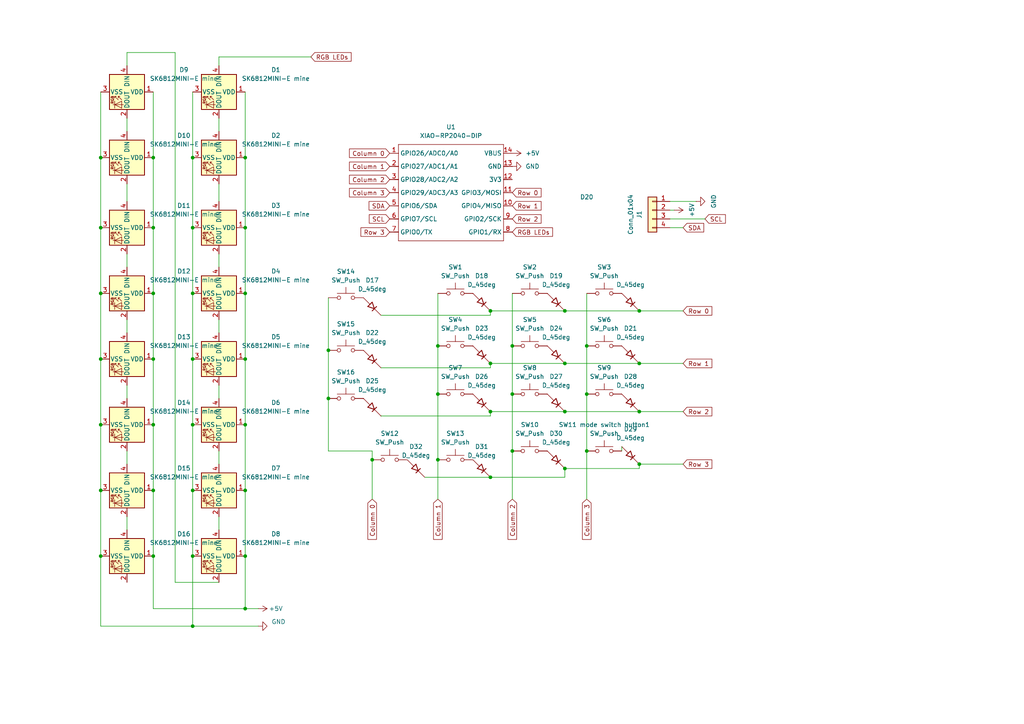
<source format=kicad_sch>
(kicad_sch (version 20250114) (generator "eeschema") (generator_version "9.0")
  (paper "A4")
  (lib_symbols
    (symbol "Connector_Generic:Conn_01x04" (pin_names (offset 1.016) (hide yes))
      (property "Reference" "J" (at 0 5.08 0))
      (property "Value" "Conn_01x04" (at 0 -7.62 0))
      (symbol "Conn_01x04_1_1"
        (rectangle (start -1.27 3.81) (end 1.27 -6.35) (stroke (width 0.254)) (fill (type background)))
        (rectangle (start -1.27 2.667) (end 0 2.413) (stroke (width 0.1524)))
        (rectangle (start -1.27 0.127) (end 0 -0.127) (stroke (width 0.1524)))
        (rectangle (start -1.27 -2.413) (end 0 -2.667) (stroke (width 0.1524)))
        (rectangle (start -1.27 -4.953) (end 0 -5.207) (stroke (width 0.1524)))
        (pin passive line (at -5.08 2.54 0) (length 3.81) (name "Pin_1") (number "1"))
        (pin passive line (at -5.08 0 0) (length 3.81) (name "Pin_2") (number "2"))
        (pin passive line (at -5.08 -2.54 0) (length 3.81) (name "Pin_3") (number "3"))
        (pin passive line (at -5.08 -5.08 0) (length 3.81) (name "Pin_4") (number "4"))
      )
    )
    (symbol "Device:D_45deg" (pin_numbers (hide yes)) (pin_names (offset 0) (hide yes))
      (property "Reference" "D" (at 1.27 2.54 0))
      (property "Value" "D_45deg" (at 1.27 0 0))
      (symbol "D_45deg_0_1"
        (polyline (pts (xy -1.27 0) (xy 0 1.27) (xy 0.635 -0.635) (xy -1.27 0)) (stroke (width 0.254)))
        (polyline (pts (xy -0.635 0.635) (xy -2.54 2.54)))
        (polyline (pts (xy 0 -1.27) (xy 1.27 0)) (stroke (width 0.254)))
        (polyline (pts (xy 2.54 -2.54) (xy 0.635 -0.635)))
      )
      (symbol "D_45deg_1_1"
        (pin passive line (at -2.54 2.54 0) (length 0) (name "A") (number "2"))
        (pin passive line (at 2.54 -2.54 180) (length 0) (name "K") (number "1"))
      )
    )
    (symbol "SK6812MINI_1" (pin_names (offset 0.254))
      (property "Reference" "D" (at 5.08 5.715 0))
      (property "Value" "SK6812MINI" (at 1.27 -5.715 0))
      (symbol "SK6812MINI_1_0_0"
        (text "RGB" (at 2.286 -4.191 0) (effects (font (size 0.762 0.762))))
      )
      (symbol "SK6812MINI_1_0_1"
        (polyline (pts (xy 1.27 -2.54) (xy 1.778 -2.54)))
        (polyline (pts (xy 1.27 -3.556) (xy 1.778 -3.556)))
        (polyline (pts (xy 2.286 -1.524) (xy 1.27 -2.54) (xy 1.27 -2.032)))
        (polyline (pts (xy 2.286 -2.54) (xy 1.27 -3.556) (xy 1.27 -3.048)))
        (polyline (pts (xy 3.683 -1.016) (xy 3.683 -3.556) (xy 3.683 -4.064)))
        (polyline (pts (xy 4.699 -1.524) (xy 2.667 -1.524) (xy 3.683 -3.556) (xy 4.699 -1.524)))
        (polyline (pts (xy 4.699 -3.556) (xy 2.667 -3.556)))
        (rectangle (start 5.08 5.08) (end -5.08 -5.08) (stroke (width 0.254)) (fill (type background)))
      )
      (symbol "SK6812MINI_1_1_1"
        (pin input line (at -7.62 0 0) (length 2.54) (name "DIN") (number "4"))
        (pin power_in line (at 0 7.62 270) (length 2.54) (name "VDD") (number "1"))
        (pin power_in line (at 0 -7.62 90) (length 2.54) (name "VSS") (number "3"))
        (pin output line (at 7.62 0 180) (length 2.54) (name "DOUT") (number "2"))
      )
    )
    (symbol "Seeed_Studio_XIAO_Series:XIAO-RP2040-DIP"
      (property "Reference" "U" (at 0 0 0))
      (property "Value" "XIAO-RP2040-DIP" (at 5.334 -1.778 0))
      (symbol "XIAO-RP2040-DIP_1_0"
        (polyline (pts (xy -1.27 -2.54) (xy 29.21 -2.54)) (stroke (width 0.1524)))
        (polyline (pts (xy -1.27 -5.08) (xy -2.54 -5.08)) (stroke (width 0.1524)))
        (polyline (pts (xy -1.27 -5.08) (xy -1.27 -2.54)) (stroke (width 0.1524)))
        (polyline (pts (xy -1.27 -8.89) (xy -2.54 -8.89)) (stroke (width 0.1524)))
        (polyline (pts (xy -1.27 -8.89) (xy -1.27 -5.08)) (stroke (width 0.1524)))
        (polyline (pts (xy -1.27 -12.7) (xy -2.54 -12.7)) (stroke (width 0.1524)))
        (polyline (pts (xy -1.27 -12.7) (xy -1.27 -8.89)) (stroke (width 0.1524)))
        (polyline (pts (xy -1.27 -16.51) (xy -2.54 -16.51)) (stroke (width 0.1524)))
        (polyline (pts (xy -1.27 -16.51) (xy -1.27 -12.7)) (stroke (width 0.1524)))
        (polyline (pts (xy -1.27 -20.32) (xy -2.54 -20.32)) (stroke (width 0.1524)))
        (polyline (pts (xy -1.27 -24.13) (xy -2.54 -24.13)) (stroke (width 0.1524)))
        (polyline (pts (xy -1.27 -27.94) (xy -2.54 -27.94)) (stroke (width 0.1524)))
        (polyline (pts (xy -1.27 -30.48) (xy -1.27 -16.51)) (stroke (width 0.1524)))
        (polyline (pts (xy 29.21 -2.54) (xy 29.21 -5.08)) (stroke (width 0.1524)))
        (polyline (pts (xy 29.21 -5.08) (xy 29.21 -8.89)) (stroke (width 0.1524)))
        (polyline (pts (xy 29.21 -8.89) (xy 29.21 -12.7)) (stroke (width 0.1524)))
        (polyline (pts (xy 29.21 -12.7) (xy 29.21 -30.48)) (stroke (width 0.1524)))
        (polyline (pts (xy 29.21 -30.48) (xy -1.27 -30.48)) (stroke (width 0.1524)))
        (polyline (pts (xy 30.48 -5.08) (xy 29.21 -5.08)) (stroke (width 0.1524)))
        (polyline (pts (xy 30.48 -8.89) (xy 29.21 -8.89)) (stroke (width 0.1524)))
        (polyline (pts (xy 30.48 -12.7) (xy 29.21 -12.7)) (stroke (width 0.1524)))
        (polyline (pts (xy 30.48 -16.51) (xy 29.21 -16.51)) (stroke (width 0.1524)))
        (polyline (pts (xy 30.48 -20.32) (xy 29.21 -20.32)) (stroke (width 0.1524)))
        (polyline (pts (xy 30.48 -24.13) (xy 29.21 -24.13)) (stroke (width 0.1524)))
        (polyline (pts (xy 30.48 -27.94) (xy 29.21 -27.94)) (stroke (width 0.1524)))
        (pin passive line (at -3.81 -5.08 0) (length 2.54) (name "GPIO26/ADC0/A0") (number "1"))
        (pin passive line (at -3.81 -8.89 0) (length 2.54) (name "GPIO27/ADC1/A1") (number "2"))
        (pin passive line (at -3.81 -12.7 0) (length 2.54) (name "GPIO28/ADC2/A2") (number "3"))
        (pin passive line (at -3.81 -16.51 0) (length 2.54) (name "GPIO29/ADC3/A3") (number "4"))
        (pin passive line (at -3.81 -20.32 0) (length 2.54) (name "GPIO6/SDA") (number "5"))
        (pin passive line (at -3.81 -24.13 0) (length 2.54) (name "GPIO7/SCL") (number "6"))
        (pin passive line (at -3.81 -27.94 0) (length 2.54) (name "GPIO0/TX") (number "7"))
        (pin passive line (at 31.75 -5.08 180) (length 2.54) (name "VBUS") (number "14"))
        (pin passive line (at 31.75 -8.89 180) (length 2.54) (name "GND") (number "13"))
        (pin passive line (at 31.75 -12.7 180) (length 2.54) (name "3V3") (number "12"))
        (pin passive line (at 31.75 -16.51 180) (length 2.54) (name "GPIO3/MOSI") (number "11"))
        (pin passive line (at 31.75 -20.32 180) (length 2.54) (name "GPIO4/MISO") (number "10"))
        (pin passive line (at 31.75 -24.13 180) (length 2.54) (name "GPIO2/SCK") (number "9"))
        (pin passive line (at 31.75 -27.94 180) (length 2.54) (name "GPIO1/RX") (number "8"))
      )
    )
    (symbol "Switch:SW_Push" (pin_numbers (hide yes)) (pin_names (offset 1.016) (hide yes))
      (property "Reference" "SW" (at 1.27 2.54 0))
      (property "Value" "SW_Push" (at 0 -1.524 0))
      (symbol "SW_Push_0_1"
        (circle (center -2.032 0) (radius 0.508))
        (polyline (pts (xy 0 1.27) (xy 0 3.048)))
        (circle (center 2.032 0) (radius 0.508))
        (polyline (pts (xy 2.54 1.27) (xy -2.54 1.27)))
        (pin passive line (at -5.08 0 0) (length 2.54) (name "1") (number "1"))
        (pin passive line (at 5.08 0 180) (length 2.54) (name "2") (number "2"))
      )
    )
    (symbol "power:+5V" (power) (pin_numbers (hide yes)) (pin_names (offset 0) (hide yes))
      (property "Value" "+5V" (at 0 3.556 0))
      (symbol "+5V_0_1"
        (polyline (pts (xy -0.762 1.27) (xy 0 2.54)))
        (polyline (pts (xy 0 2.54) (xy 0.762 1.27)))
        (polyline (pts (xy 0 0) (xy 0 2.54)))
      )
      (symbol "+5V_1_1"
        (pin power_in line (at 0 0 90) (length 0) (name "~") (number "1"))
      )
    )
    (symbol "power:GND" (power) (pin_numbers (hide yes)) (pin_names (offset 0) (hide yes))
      (property "Value" "GND" (at 0 -3.81 0))
      (symbol "GND_0_1"
        (polyline (pts (xy 0 0) (xy 0 -1.27) (xy 1.27 -1.27) (xy 0 -2.54) (xy -1.27 -1.27) (xy 0 -1.27)))
      )
      (symbol "GND_1_1"
        (pin power_in line (at 0 0 270) (length 0) (name "~") (number "1"))
      )
    )
  )
  (junction (at 44.45 161.29))
  (junction (at 163.83 135.89))
  (junction (at 44.45 66.04))
  (junction (at 148.59 114.3))
  (junction (at 127 114.3))
  (junction (at 71.12 66.04))
  (junction (at 148.59 130.81))
  (junction (at 95.25 101.6))
  (junction (at 29.21 142.24))
  (junction (at 44.45 85.09))
  (junction (at 71.12 85.09))
  (junction (at 29.21 85.09))
  (junction (at 44.45 123.19))
  (junction (at 71.12 45.72))
  (junction (at 71.12 142.24))
  (junction (at 107.95 133.35))
  (junction (at 163.83 105.41))
  (junction (at 55.88 45.72))
  (junction (at 163.83 90.17))
  (junction (at 95.25 115.57))
  (junction (at 142.24 105.41))
  (junction (at 29.21 66.04))
  (junction (at 71.12 176.53))
  (junction (at 127 133.35))
  (junction (at 55.88 85.09))
  (junction (at 185.42 105.41))
  (junction (at 44.45 104.14))
  (junction (at 142.24 119.38))
  (junction (at 44.45 45.72))
  (junction (at 29.21 104.14))
  (junction (at 142.24 90.17))
  (junction (at 185.42 119.38))
  (junction (at 29.21 45.72))
  (junction (at 55.88 104.14))
  (junction (at 44.45 142.24))
  (junction (at 71.12 123.19))
  (junction (at 127 100.33))
  (junction (at 170.18 130.81))
  (junction (at 71.12 104.14))
  (junction (at 148.59 100.33))
  (junction (at 55.88 123.19))
  (junction (at 55.88 161.29))
  (junction (at 55.88 142.24))
  (junction (at 185.42 90.17))
  (junction (at 142.24 138.43))
  (junction (at 55.88 66.04))
  (junction (at 71.12 161.29))
  (junction (at 163.83 119.38))
  (junction (at 170.18 114.3))
  (junction (at 170.18 100.33))
  (junction (at 55.88 181.61))
  (junction (at 29.21 123.19))
  (junction (at 29.21 161.29))
  (junction (at 185.42 134.62))
  (wire (pts (xy 55.88 45.72) (xy 55.88 66.04)))
  (wire (pts (xy 201.93 58.42) (xy 194.31 58.42)))
  (wire (pts (xy 63.5 53.34) (xy 63.5 58.42)))
  (wire (pts (xy 36.83 34.29) (xy 36.83 38.1)))
  (wire (pts (xy 185.42 135.89) (xy 185.42 134.62)))
  (wire (pts (xy 44.45 85.09) (xy 44.45 104.14)))
  (wire (pts (xy 29.21 181.61) (xy 55.88 181.61)))
  (wire (pts (xy 142.24 106.68) (xy 142.24 105.41)))
  (wire (pts (xy 36.83 15.24) (xy 36.83 19.05)))
  (wire (pts (xy 127 114.3) (xy 127 133.35)))
  (wire (pts (xy 148.59 114.3) (xy 148.59 130.81)))
  (wire (pts (xy 107.95 130.81) (xy 107.95 133.35)))
  (wire (pts (xy 163.83 90.17) (xy 185.42 90.17)))
  (wire (pts (xy 63.5 149.86) (xy 63.5 153.67)))
  (wire (pts (xy 63.5 16.51) (xy 90.17 16.51)))
  (wire (pts (xy 180.34 130.81) (xy 180.34 129.54)))
  (wire (pts (xy 185.42 119.38) (xy 198.12 119.38)))
  (wire (pts (xy 29.21 104.14) (xy 29.21 123.19)))
  (wire (pts (xy 71.12 26.67) (xy 71.12 45.72)))
  (wire (pts (xy 29.21 123.19) (xy 29.21 142.24)))
  (wire (pts (xy 127 133.35) (xy 127 144.78)))
  (wire (pts (xy 44.45 45.72) (xy 44.45 66.04)))
  (wire (pts (xy 107.95 133.35) (xy 107.95 144.78)))
  (wire (pts (xy 170.18 114.3) (xy 170.18 130.81)))
  (wire (pts (xy 142.24 90.17) (xy 163.83 90.17)))
  (wire (pts (xy 29.21 142.24) (xy 29.21 161.29)))
  (wire (pts (xy 29.21 45.72) (xy 29.21 66.04)))
  (wire (pts (xy 71.12 161.29) (xy 71.12 176.53)))
  (wire (pts (xy 63.5 19.05) (xy 63.5 16.51)))
  (wire (pts (xy 36.83 130.81) (xy 36.83 134.62)))
  (wire (pts (xy 29.21 161.29) (xy 29.21 181.61)))
  (wire (pts (xy 55.88 26.67) (xy 55.88 45.72)))
  (wire (pts (xy 44.45 26.67) (xy 44.45 45.72)))
  (wire (pts (xy 44.45 123.19) (xy 44.45 142.24)))
  (wire (pts (xy 71.12 123.19) (xy 71.12 142.24)))
  (wire (pts (xy 63.5 92.71) (xy 63.5 96.52)))
  (wire (pts (xy 71.12 142.24) (xy 71.12 161.29)))
  (wire (pts (xy 95.25 86.36) (xy 95.25 101.6)))
  (wire (pts (xy 142.24 120.65) (xy 142.24 119.38)))
  (wire (pts (xy 110.49 106.68) (xy 142.24 106.68)))
  (wire (pts (xy 71.12 85.09) (xy 71.12 104.14)))
  (wire (pts (xy 148.59 85.09) (xy 148.59 100.33)))
  (wire (pts (xy 95.25 130.81) (xy 107.95 130.81)))
  (wire (pts (xy 148.59 100.33) (xy 148.59 114.3)))
  (wire (pts (xy 71.12 176.53) (xy 74.93 176.53)))
  (wire (pts (xy 44.45 176.53) (xy 71.12 176.53)))
  (wire (pts (xy 36.83 111.76) (xy 36.83 115.57)))
  (wire (pts (xy 55.88 85.09) (xy 55.88 104.14)))
  (wire (pts (xy 29.21 26.67) (xy 29.21 45.72)))
  (wire (pts (xy 194.31 66.04) (xy 198.12 66.04)))
  (wire (pts (xy 44.45 142.24) (xy 44.45 161.29)))
  (wire (pts (xy 148.59 130.81) (xy 148.59 144.78)))
  (wire (pts (xy 50.8 168.91) (xy 50.8 15.24)))
  (wire (pts (xy 63.5 130.81) (xy 63.5 134.62)))
  (wire (pts (xy 142.24 91.44) (xy 142.24 90.17)))
  (wire (pts (xy 50.8 15.24) (xy 36.83 15.24)))
  (wire (pts (xy 36.83 73.66) (xy 36.83 77.47)))
  (wire (pts (xy 170.18 130.81) (xy 170.18 144.78)))
  (wire (pts (xy 142.24 138.43) (xy 163.83 138.43)))
  (wire (pts (xy 163.83 119.38) (xy 185.42 119.38)))
  (wire (pts (xy 163.83 138.43) (xy 163.83 135.89)))
  (wire (pts (xy 95.25 115.57) (xy 95.25 130.81)))
  (wire (pts (xy 36.83 149.86) (xy 36.83 153.67)))
  (wire (pts (xy 44.45 161.29) (xy 44.45 176.53)))
  (wire (pts (xy 127 100.33) (xy 127 114.3)))
  (wire (pts (xy 36.83 53.34) (xy 36.83 58.42)))
  (wire (pts (xy 127 85.09) (xy 127 100.33)))
  (wire (pts (xy 123.19 138.43) (xy 142.24 138.43)))
  (wire (pts (xy 55.88 66.04) (xy 55.88 85.09)))
  (wire (pts (xy 194.31 60.96) (xy 195.58 60.96)))
  (wire (pts (xy 185.42 90.17) (xy 198.12 90.17)))
  (wire (pts (xy 55.88 181.61) (xy 74.93 181.61)))
  (wire (pts (xy 170.18 85.09) (xy 170.18 100.33)))
  (wire (pts (xy 194.31 63.5) (xy 204.47 63.5)))
  (wire (pts (xy 170.18 100.33) (xy 170.18 114.3)))
  (wire (pts (xy 71.12 45.72) (xy 71.12 66.04)))
  (wire (pts (xy 63.5 73.66) (xy 63.5 77.47)))
  (wire (pts (xy 185.42 105.41) (xy 198.12 105.41)))
  (wire (pts (xy 142.24 105.41) (xy 163.83 105.41)))
  (wire (pts (xy 55.88 104.14) (xy 55.88 123.19)))
  (wire (pts (xy 55.88 123.19) (xy 55.88 142.24)))
  (wire (pts (xy 36.83 92.71) (xy 36.83 96.52)))
  (wire (pts (xy 29.21 66.04) (xy 29.21 85.09)))
  (wire (pts (xy 29.21 85.09) (xy 29.21 104.14)))
  (wire (pts (xy 63.5 111.76) (xy 63.5 115.57)))
  (wire (pts (xy 44.45 104.14) (xy 44.45 123.19)))
  (wire (pts (xy 110.49 120.65) (xy 142.24 120.65)))
  (wire (pts (xy 63.5 168.91) (xy 50.8 168.91)))
  (wire (pts (xy 44.45 66.04) (xy 44.45 85.09)))
  (wire (pts (xy 63.5 34.29) (xy 63.5 38.1)))
  (wire (pts (xy 71.12 104.14) (xy 71.12 123.19)))
  (wire (pts (xy 55.88 161.29) (xy 55.88 181.61)))
  (wire (pts (xy 110.49 91.44) (xy 142.24 91.44)))
  (wire (pts (xy 55.88 142.24) (xy 55.88 161.29)))
  (wire (pts (xy 163.83 105.41) (xy 185.42 105.41)))
  (wire (pts (xy 142.24 119.38) (xy 163.83 119.38)))
  (wire (pts (xy 163.83 135.89) (xy 185.42 135.89)))
  (wire (pts (xy 95.25 101.6) (xy 95.25 115.57)))
  (wire (pts (xy 71.12 66.04) (xy 71.12 85.09)))
  (wire (pts (xy 185.42 134.62) (xy 198.12 134.62)))
  (global_label "Row 0" (shape input) (at 198.12 90.17 0) (property "Intersheetrefs" "${INTERSHEET_REFS}" (effects (hide yes))))
  (global_label "Column 3" (shape input) (at 113.03 55.88 180) (property "Intersheetrefs" "${INTERSHEET_REFS}" (effects (hide yes))))
  (global_label "SDA" (shape input) (at 198.12 66.04 0) (property "Intersheetrefs" "${INTERSHEET_REFS}" (effects (hide yes))))
  (global_label "Column 2" (shape input) (at 113.03 52.07 180) (property "Intersheetrefs" "${INTERSHEET_REFS}" (effects (hide yes))))
  (global_label "Row 1" (shape input) (at 148.59 59.69 0) (property "Intersheetrefs" "${INTERSHEET_REFS}" (effects (hide yes))))
  (global_label "Column 0" (shape input) (at 113.03 44.45 180) (property "Intersheetrefs" "${INTERSHEET_REFS}" (effects (hide yes))))
  (global_label "Column 0" (shape input) (at 107.95 144.78 270) (property "Intersheetrefs" "${INTERSHEET_REFS}" (effects (hide yes))))
  (global_label "Row 3" (shape input) (at 113.03 67.31 180) (property "Intersheetrefs" "${INTERSHEET_REFS}" (effects (hide yes))))
  (global_label "RGB LEDs" (shape input) (at 148.59 67.31 0) (property "Intersheetrefs" "${INTERSHEET_REFS}" (effects (hide yes))))
  (global_label "RGB LEDs" (shape input) (at 90.17 16.51 0) (property "Intersheetrefs" "${INTERSHEET_REFS}" (effects (hide yes))))
  (global_label "Row 0" (shape input) (at 148.59 55.88 0) (property "Intersheetrefs" "${INTERSHEET_REFS}" (effects (hide yes))))
  (global_label "Row 1" (shape input) (at 198.12 105.41 0) (property "Intersheetrefs" "${INTERSHEET_REFS}" (effects (hide yes))))
  (global_label "Row 2" (shape input) (at 148.59 63.5 0) (property "Intersheetrefs" "${INTERSHEET_REFS}" (effects (hide yes))))
  (global_label "Column 1" (shape input) (at 113.03 48.26 180) (property "Intersheetrefs" "${INTERSHEET_REFS}" (effects (hide yes))))
  (global_label "Row 2" (shape input) (at 198.12 119.38 0) (property "Intersheetrefs" "${INTERSHEET_REFS}" (effects (hide yes))))
  (global_label "SDA" (shape input) (at 113.03 59.69 180) (property "Intersheetrefs" "${INTERSHEET_REFS}" (effects (hide yes))))
  (global_label "SCL" (shape input) (at 204.47 63.5 0) (property "Intersheetrefs" "${INTERSHEET_REFS}" (effects (hide yes))))
  (global_label "Row 3" (shape input) (at 198.12 134.62 0) (property "Intersheetrefs" "${INTERSHEET_REFS}" (effects (hide yes))))
  (global_label "Column 1" (shape input) (at 127 144.78 270) (property "Intersheetrefs" "${INTERSHEET_REFS}" (effects (hide yes))))
  (global_label "Column 3" (shape input) (at 170.18 144.78 270) (property "Intersheetrefs" "${INTERSHEET_REFS}" (effects (hide yes))))
  (global_label "SCL" (shape input) (at 113.03 63.5 180) (property "Intersheetrefs" "${INTERSHEET_REFS}" (effects (hide yes))))
  (global_label "Column 2" (shape input) (at 148.59 144.78 270) (property "Intersheetrefs" "${INTERSHEET_REFS}" (effects (hide yes))))
  (symbol (lib_id "Switch:SW_Push") (at 132.08 114.3 0) (unit 1)
    (property "Reference" "SW7" (at 132.08 106.68 0))
    (property "Value" "SW_Push" (at 132.08 109.22 0))
    (property "Footprint" "Button_Switch_Keyboard:SW_Cherry_MX_1.00u_PCB" (effects (hide yes)))
    (property "Description" "Push button switch, generic, two pins" (effects (hide yes)))
  )
  (symbol (lib_id "Switch:SW_Push") (at 132.08 100.33 0) (unit 1)
    (property "Reference" "SW4" (at 132.08 92.71 0))
    (property "Value" "SW_Push" (at 132.08 95.25 0))
    (property "Footprint" "Button_Switch_Keyboard:SW_Cherry_MX_1.50u_PCB" (effects (hide yes)))
    (property "Description" "Push button switch, generic, two pins" (effects (hide yes)))
  )
  (symbol (lib_id "Device:D_45deg") (at 161.29 87.63 0) (unit 1)
    (property "Reference" "D19" (at 161.29 80.01 0))
    (property "Value" "D_45deg" (at 161.29 82.55 0))
    (property "Footprint" "Fiducial:DO35-7" (effects (hide yes)))
    (property "Description" "Diode, rotated by 45°" (effects (hide yes)))
    (property "Sim.Device" "D" (effects (hide yes)))
    (property "Sim.Pins" "1=K 2=A" (effects (hide yes)))
  )
  (symbol (lib_id "Device:D_45deg") (at 107.95 118.11 0) (unit 1)
    (property "Reference" "D25" (at 107.95 110.49 0))
    (property "Value" "D_45deg" (at 107.95 113.03 0))
    (property "Footprint" "Fiducial:DO35-7" (effects (hide yes)))
    (property "Description" "Diode, rotated by 45°" (effects (hide yes)))
    (property "Sim.Device" "D" (effects (hide yes)))
    (property "Sim.Pins" "1=K 2=A" (effects (hide yes)))
  )
  (symbol (lib_id "Device:D_45deg") (at 139.7 135.89 0) (unit 1)
    (property "Reference" "D31" (at 139.7 129.54 0))
    (property "Value" "D_45deg" (at 139.7 132.08 0))
    (property "Footprint" "Fiducial:DO35-7" (effects (hide yes)))
    (property "Description" "Diode, rotated by 45°" (effects (hide yes)))
    (property "Sim.Device" "D" (effects (hide yes)))
    (property "Sim.Pins" "1=K 2=A" (effects (hide yes)))
  )
  (symbol (lib_id "Device:D_45deg") (at 139.7 116.84 0) (unit 1)
    (property "Reference" "D26" (at 139.7 109.22 0))
    (property "Value" "D_45deg" (at 139.7 111.76 0))
    (property "Footprint" "Fiducial:DO35-7" (effects (hide yes)))
    (property "Description" "Diode, rotated by 45°" (effects (hide yes)))
    (property "Sim.Device" "D" (effects (hide yes)))
    (property "Sim.Pins" "1=K 2=A" (effects (hide yes)))
  )
  (symbol (lib_name "SK6812MINI_1") (lib_id "LED:SK6812MINI") (at 36.83 66.04 270) (unit 1)
    (property "Reference" "D11" (at 53.34 59.6198 90))
    (property "Value" "SK6812MINI-E mine" (at 53.34 62.1598 90))
    (property "Footprint" "syssy:BAcklight" (effects (hide yes)))
    (property "Datasheet" "https://cdn-shop.adafruit.com/product-files/2686/SK6812MINI_REV.01-1-2.pdf" (effects (hide yes)))
    (property "Description" "RGB LED with integrated controller" (effects (hide yes)))
  )
  (symbol (lib_id "power:+5V") (at 195.58 60.96 270) (unit 1)
    (property "Reference" "#PWR07" (effects (hide yes)))
    (property "Value" "+5V" (at 200.66 60.96 0))
    (property "Description" "Power symbol creates a global label with name \"+5V\"" (effects (hide yes)))
  )
  (symbol (lib_name "SK6812MINI_1") (lib_id "LED:SK6812MINI") (at 63.5 142.24 270) (unit 1)
    (property "Reference" "D7" (at 80.01 135.8198 90))
    (property "Value" "SK6812MINI-E mine" (at 80.01 138.3598 90))
    (property "Footprint" "syssy:BAcklight" (effects (hide yes)))
    (property "Datasheet" "https://cdn-shop.adafruit.com/product-files/2686/SK6812MINI_REV.01-1-2.pdf" (effects (hide yes)))
    (property "Description" "RGB LED with integrated controller" (effects (hide yes)))
  )
  (symbol (lib_id "Seeed_Studio_XIAO_Series:XIAO-RP2040-DIP") (at 116.84 39.37 0) (unit 1)
    (property "Reference" "U1" (at 130.81 36.83 0))
    (property "Value" "XIAO-RP2040-DIP" (at 130.81 39.37 0))
    (property "Footprint" "XIAO-RP2040:XIAO-RP2040-DIP" (effects (hide yes)))
  )
  (symbol (lib_id "Device:D_45deg") (at 182.88 87.63 0) (unit 1)
    (property "Reference" "D20" (at 170.18 57.15 0))
    (property "Value" "D_45deg" (at 182.88 82.55 0))
    (property "Footprint" "Fiducial:DO35-7" (effects (hide yes)))
    (property "Description" "Diode, rotated by 45°" (effects (hide yes)))
    (property "Sim.Device" "D" (effects (hide yes)))
    (property "Sim.Pins" "1=K 2=A" (effects (hide yes)))
  )
  (symbol (lib_id "Device:D_45deg") (at 182.88 132.08 0) (unit 1)
    (property "Reference" "D29" (at 182.88 124.46 0))
    (property "Value" "D_45deg" (at 182.88 127 0))
    (property "Footprint" "Fiducial:DO35-7" (effects (hide yes)))
    (property "Description" "Diode, rotated by 45°" (effects (hide yes)))
    (property "Sim.Device" "D" (effects (hide yes)))
    (property "Sim.Pins" "1=K 2=A" (effects (hide yes)))
  )
  (symbol (lib_name "SK6812MINI_1") (lib_id "LED:SK6812MINI") (at 36.83 45.72 270) (unit 1)
    (property "Reference" "D10" (at 53.34 39.2998 90))
    (property "Value" "SK6812MINI-E mine" (at 53.34 41.8398 90))
    (property "Footprint" "syssy:BAcklight" (effects (hide yes)))
    (property "Datasheet" "https://cdn-shop.adafruit.com/product-files/2686/SK6812MINI_REV.01-1-2.pdf" (effects (hide yes)))
    (property "Description" "RGB LED with integrated controller" (effects (hide yes)))
  )
  (symbol (lib_id "Switch:SW_Push") (at 100.33 115.57 0) (unit 1)
    (property "Reference" "SW16" (at 100.33 107.95 0))
    (property "Value" "SW_Push" (at 100.33 110.49 0))
    (property "Footprint" "Button_Switch_Keyboard:SW_Cherry_MX_1.00u_PCB" (effects (hide yes)))
    (property "Description" "Push button switch, generic, two pins" (effects (hide yes)))
  )
  (symbol (lib_id "Device:D_45deg") (at 107.95 88.9 0) (unit 1)
    (property "Reference" "D17" (at 107.95 81.28 0))
    (property "Value" "D_45deg" (at 107.95 83.82 0))
    (property "Footprint" "Fiducial:DO35-7" (effects (hide yes)))
    (property "Description" "Diode, rotated by 45°" (effects (hide yes)))
    (property "Sim.Device" "D" (effects (hide yes)))
    (property "Sim.Pins" "1=K 2=A" (effects (hide yes)))
  )
  (symbol (lib_id "Switch:SW_Push") (at 153.67 100.33 0) (unit 1)
    (property "Reference" "SW5" (at 153.67 92.71 0))
    (property "Value" "SW_Push" (at 153.67 95.25 0))
    (property "Footprint" "Button_Switch_Keyboard:SW_Cherry_MX_1.00u_PCB" (effects (hide yes)))
    (property "Description" "Push button switch, generic, two pins" (effects (hide yes)))
  )
  (symbol (lib_id "Device:D_45deg") (at 161.29 116.84 0) (unit 1)
    (property "Reference" "D27" (at 161.29 109.22 0))
    (property "Value" "D_45deg" (at 161.29 111.76 0))
    (property "Footprint" "Fiducial:DO35-7" (effects (hide yes)))
    (property "Description" "Diode, rotated by 45°" (effects (hide yes)))
    (property "Sim.Device" "D" (effects (hide yes)))
    (property "Sim.Pins" "1=K 2=A" (effects (hide yes)))
  )
  (symbol (lib_id "Switch:SW_Push") (at 175.26 130.81 0) (unit 1)
    (property "Reference" "SW11 mode switch button1" (at 175.26 123.19 0))
    (property "Value" "SW_Push" (at 175.26 125.73 0))
    (property "Footprint" "Button_Switch_Keyboard:SW_Cherry_MX_1.00u_PCB" (effects (hide yes)))
    (property "Description" "Push button switch, generic, two pins" (effects (hide yes)))
  )
  (symbol (lib_id "power:+5V") (at 148.59 44.45 270) (unit 1)
    (property "Reference" "#PWR02" (effects (hide yes)))
    (property "Value" "+5V" (at 152.4 44.4499 90) (effects (justify left)))
    (property "Description" "Power symbol creates a global label with name \"+5V\"" (effects (hide yes)))
  )
  (symbol (lib_id "power:GND") (at 148.59 48.26 90) (unit 1)
    (property "Reference" "#PWR04" (effects (hide yes)))
    (property "Value" "GND" (at 152.4 48.2599 90) (effects (justify right)))
    (property "Description" "Power symbol creates a global label with name \"GND\" , ground" (effects (hide yes)))
  )
  (symbol (lib_name "SK6812MINI_1") (lib_id "LED:SK6812MINI") (at 63.5 123.19 270) (unit 1)
    (property "Reference" "D6" (at 80.01 116.7698 90))
    (property "Value" "SK6812MINI-E mine" (at 80.01 119.3098 90))
    (property "Footprint" "syssy:BAcklight" (effects (hide yes)))
    (property "Datasheet" "https://cdn-shop.adafruit.com/product-files/2686/SK6812MINI_REV.01-1-2.pdf" (effects (hide yes)))
    (property "Description" "RGB LED with integrated controller" (effects (hide yes)))
  )
  (symbol (lib_id "Device:D_45deg") (at 182.88 102.87 0) (unit 1)
    (property "Reference" "D21" (at 182.88 95.25 0))
    (property "Value" "D_45deg" (at 182.88 97.79 0))
    (property "Footprint" "Fiducial:DO35-7" (effects (hide yes)))
    (property "Description" "Diode, rotated by 45°" (effects (hide yes)))
    (property "Sim.Device" "D" (effects (hide yes)))
    (property "Sim.Pins" "1=K 2=A" (effects (hide yes)))
  )
  (symbol (lib_id "Device:D_45deg") (at 182.88 116.84 0) (unit 1)
    (property "Reference" "D28" (at 182.88 109.22 0))
    (property "Value" "D_45deg" (at 182.88 111.76 0))
    (property "Footprint" "Fiducial:DO35-7" (effects (hide yes)))
    (property "Description" "Diode, rotated by 45°" (effects (hide yes)))
    (property "Sim.Device" "D" (effects (hide yes)))
    (property "Sim.Pins" "1=K 2=A" (effects (hide yes)))
  )
  (symbol (lib_name "SK6812MINI_1") (lib_id "LED:SK6812MINI") (at 63.5 45.72 270) (unit 1)
    (property "Reference" "D2" (at 80.01 39.2998 90))
    (property "Value" "SK6812MINI-E mine" (at 80.01 41.8398 90))
    (property "Footprint" "syssy:BAcklight" (effects (hide yes)))
    (property "Datasheet" "https://cdn-shop.adafruit.com/product-files/2686/SK6812MINI_REV.01-1-2.pdf" (effects (hide yes)))
    (property "Description" "RGB LED with integrated controller" (effects (hide yes)))
  )
  (symbol (lib_id "Connector_Generic:Conn_01x04") (at 189.23 60.96 0) (mirror y) (unit 1)
    (property "Reference" "J1" (at 185.42 62.23 90))
    (property "Value" "Conn_01x04" (at 182.88 62.23 90))
    (property "Footprint" "KiCad-SSD1306-0.91-OLED-4pin-128x32.pretty-master:SSD1306-0.91-OLED-4pin-128x32" (effects (hide yes)))
    (property "Description" "Generic connector, single row, 01x04, script generated (kicad-library-utils/schlib/autogen/connector/)" (effects (hide yes)))
  )
  (symbol (lib_id "power:GND") (at 201.93 58.42 90) (unit 1)
    (property "Reference" "#PWR05" (effects (hide yes)))
    (property "Value" "GND" (at 207.01 58.42 0))
    (property "Description" "Power symbol creates a global label with name \"GND\" , ground" (effects (hide yes)))
  )
  (symbol (lib_id "Device:D_45deg") (at 161.29 133.35 0) (unit 1)
    (property "Reference" "D30" (at 161.29 125.73 0))
    (property "Value" "D_45deg" (at 161.29 128.27 0))
    (property "Footprint" "Fiducial:DO35-7" (effects (hide yes)))
    (property "Description" "Diode, rotated by 45°" (effects (hide yes)))
    (property "Sim.Device" "D" (effects (hide yes)))
    (property "Sim.Pins" "1=K 2=A" (effects (hide yes)))
  )
  (symbol (lib_name "SK6812MINI_1") (lib_id "LED:SK6812MINI") (at 63.5 85.09 270) (unit 1)
    (property "Reference" "D4" (at 80.01 78.6698 90))
    (property "Value" "SK6812MINI-E mine" (at 80.01 81.2098 90))
    (property "Footprint" "syssy:BAcklight" (effects (hide yes)))
    (property "Datasheet" "https://cdn-shop.adafruit.com/product-files/2686/SK6812MINI_REV.01-1-2.pdf" (effects (hide yes)))
    (property "Description" "RGB LED with integrated controller" (effects (hide yes)))
  )
  (symbol (lib_id "Switch:SW_Push") (at 132.08 85.09 0) (unit 1)
    (property "Reference" "SW1" (at 132.08 77.47 0))
    (property "Value" "SW_Push" (at 132.08 80.01 0))
    (property "Footprint" "Button_Switch_Keyboard:SW_Cherry_MX_2.25u_PCB" (effects (hide yes)))
    (property "Description" "Push button switch, generic, two pins" (effects (hide yes)))
  )
  (symbol (lib_id "power:+5V") (at 74.93 176.53 270) (unit 1)
    (property "Reference" "#PWR03" (effects (hide yes)))
    (property "Value" "+5V" (at 80.01 176.53 90))
    (property "Description" "Power symbol creates a global label with name \"+5V\"" (effects (hide yes)))
  )
  (symbol (lib_id "Switch:SW_Push") (at 153.67 114.3 0) (unit 1)
    (property "Reference" "SW8" (at 153.67 106.68 0))
    (property "Value" "SW_Push" (at 153.67 109.22 0))
    (property "Footprint" "Button_Switch_Keyboard:SW_Cherry_MX_1.00u_PCB" (effects (hide yes)))
    (property "Description" "Push button switch, generic, two pins" (effects (hide yes)))
  )
  (symbol (lib_id "Switch:SW_Push") (at 153.67 130.81 0) (unit 1)
    (property "Reference" "SW10" (at 153.67 123.19 0))
    (property "Value" "SW_Push" (at 153.67 125.73 0))
    (property "Footprint" "Button_Switch_Keyboard:SW_Cherry_MX_1.00u_PCB" (effects (hide yes)))
    (property "Description" "Push button switch, generic, two pins" (effects (hide yes)))
  )
  (symbol (lib_name "SK6812MINI_1") (lib_id "LED:SK6812MINI") (at 63.5 66.04 270) (unit 1)
    (property "Reference" "D3" (at 80.01 59.6198 90))
    (property "Value" "SK6812MINI-E mine" (at 80.01 62.1598 90))
    (property "Footprint" "syssy:BAcklight" (effects (hide yes)))
    (property "Datasheet" "https://cdn-shop.adafruit.com/product-files/2686/SK6812MINI_REV.01-1-2.pdf" (effects (hide yes)))
    (property "Description" "RGB LED with integrated controller" (effects (hide yes)))
  )
  (symbol (lib_id "Switch:SW_Push") (at 100.33 86.36 0) (unit 1)
    (property "Reference" "SW14" (at 100.33 78.74 0))
    (property "Value" "SW_Push" (at 100.33 81.28 0))
    (property "Footprint" "Button_Switch_Keyboard:SW_Cherry_MX_1.00u_PCB" (effects (hide yes)))
    (property "Description" "Push button switch, generic, two pins" (effects (hide yes)))
  )
  (symbol (lib_name "SK6812MINI_1") (lib_id "LED:SK6812MINI") (at 36.83 123.19 270) (unit 1)
    (property "Reference" "D14" (at 53.34 116.7698 90))
    (property "Value" "SK6812MINI-E mine" (at 53.34 119.3098 90))
    (property "Footprint" "syssy:BAcklight" (effects (hide yes)))
    (property "Datasheet" "https://cdn-shop.adafruit.com/product-files/2686/SK6812MINI_REV.01-1-2.pdf" (effects (hide yes)))
    (property "Description" "RGB LED with integrated controller" (effects (hide yes)))
  )
  (symbol (lib_name "SK6812MINI_1") (lib_id "LED:SK6812MINI") (at 36.83 142.24 270) (unit 1)
    (property "Reference" "D15" (at 53.34 135.8198 90))
    (property "Value" "SK6812MINI-E mine" (at 53.34 138.3598 90))
    (property "Footprint" "syssy:BAcklight" (effects (hide yes)))
    (property "Datasheet" "https://cdn-shop.adafruit.com/product-files/2686/SK6812MINI_REV.01-1-2.pdf" (effects (hide yes)))
    (property "Description" "RGB LED with integrated controller" (effects (hide yes)))
  )
  (symbol (lib_id "Device:D_45deg") (at 161.29 102.87 0) (unit 1)
    (property "Reference" "D24" (at 161.29 95.25 0))
    (property "Value" "D_45deg" (at 161.29 97.79 0))
    (property "Footprint" "Fiducial:DO35-7" (effects (hide yes)))
    (property "Description" "Diode, rotated by 45°" (effects (hide yes)))
    (property "Sim.Device" "D" (effects (hide yes)))
    (property "Sim.Pins" "1=K 2=A" (effects (hide yes)))
  )
  (symbol (lib_id "power:GND") (at 74.93 181.61 90) (unit 1)
    (property "Reference" "#PWR01" (effects (hide yes)))
    (property "Value" "GND" (at 78.74 180.3401 90) (effects (justify right)))
    (property "Description" "Power symbol creates a global label with name \"GND\" , ground" (effects (hide yes)))
  )
  (symbol (lib_id "Switch:SW_Push") (at 132.08 133.35 0) (unit 1)
    (property "Reference" "SW13" (at 132.08 125.73 0))
    (property "Value" "SW_Push" (at 132.08 128.27 0))
    (property "Footprint" "Button_Switch_Keyboard:SW_Cherry_MX_1.00u_PCB" (effects (hide yes)))
    (property "Description" "Push button switch, generic, two pins" (effects (hide yes)))
  )
  (symbol (lib_id "Switch:SW_Push") (at 113.03 133.35 0) (unit 1)
    (property "Reference" "SW12" (at 113.03 125.73 0))
    (property "Value" "SW_Push" (at 113.03 128.27 0))
    (property "Footprint" "Button_Switch_Keyboard:SW_Cherry_MX_1.00u_PCB" (effects (hide yes)))
    (property "Description" "Push button switch, generic, two pins" (effects (hide yes)))
  )
  (symbol (lib_id "Switch:SW_Push") (at 175.26 100.33 0) (unit 1)
    (property "Reference" "SW6" (at 175.26 92.71 0))
    (property "Value" "SW_Push" (at 175.26 95.25 0))
    (property "Footprint" "Button_Switch_Keyboard:SW_Cherry_MX_1.00u_PCB" (effects (hide yes)))
    (property "Description" "Push button switch, generic, two pins" (effects (hide yes)))
  )
  (symbol (lib_id "Device:D_45deg") (at 139.7 87.63 0) (unit 1)
    (property "Reference" "D18" (at 139.7 80.01 0))
    (property "Value" "D_45deg" (at 139.7 82.55 0))
    (property "Footprint" "Fiducial:DO35-7" (effects (hide yes)))
    (property "Description" "Diode, rotated by 45°" (effects (hide yes)))
    (property "Sim.Device" "D" (effects (hide yes)))
    (property "Sim.Pins" "1=K 2=A" (effects (hide yes)))
  )
  (symbol (lib_id "Switch:SW_Push") (at 100.33 101.6 0) (unit 1)
    (property "Reference" "SW15" (at 100.33 93.98 0))
    (property "Value" "SW_Push" (at 100.33 96.52 0))
    (property "Footprint" "Button_Switch_Keyboard:SW_Cherry_MX_1.00u_PCB" (effects (hide yes)))
    (property "Description" "Push button switch, generic, two pins" (effects (hide yes)))
  )
  (symbol (lib_id "Device:D_45deg") (at 107.95 104.14 0) (unit 1)
    (property "Reference" "D22" (at 107.95 96.52 0))
    (property "Value" "D_45deg" (at 107.95 99.06 0))
    (property "Footprint" "Fiducial:DO35-7" (effects (hide yes)))
    (property "Description" "Diode, rotated by 45°" (effects (hide yes)))
    (property "Sim.Device" "D" (effects (hide yes)))
    (property "Sim.Pins" "1=K 2=A" (effects (hide yes)))
  )
  (symbol (lib_name "SK6812MINI_1") (lib_id "LED:SK6812MINI") (at 63.5 161.29 270) (unit 1)
    (property "Reference" "D8" (at 80.01 154.8698 90))
    (property "Value" "SK6812MINI-E mine" (at 80.01 157.4098 90))
    (property "Footprint" "syssy:BAcklight" (effects (hide yes)))
    (property "Datasheet" "https://cdn-shop.adafruit.com/product-files/2686/SK6812MINI_REV.01-1-2.pdf" (effects (hide yes)))
    (property "Description" "RGB LED with integrated controller" (effects (hide yes)))
  )
  (symbol (lib_name "SK6812MINI_1") (lib_id "LED:SK6812MINI") (at 36.83 161.29 270) (unit 1)
    (property "Reference" "D16" (at 53.34 154.8698 90))
    (property "Value" "SK6812MINI-E mine" (at 53.34 157.4098 90))
    (property "Footprint" "syssy:BAcklight" (effects (hide yes)))
    (property "Datasheet" "https://cdn-shop.adafruit.com/product-files/2686/SK6812MINI_REV.01-1-2.pdf" (effects (hide yes)))
    (property "Description" "RGB LED with integrated controller" (effects (hide yes)))
  )
  (symbol (lib_name "SK6812MINI_1") (lib_id "LED:SK6812MINI") (at 63.5 26.67 270) (unit 1)
    (property "Reference" "D1" (at 80.01 20.2498 90))
    (property "Value" "SK6812MINI-E mine" (at 80.01 22.7898 90))
    (property "Footprint" "syssy:BAcklight" (effects (hide yes)))
    (property "Datasheet" "https://cdn-shop.adafruit.com/product-files/2686/SK6812MINI_REV.01-1-2.pdf" (effects (hide yes)))
    (property "Description" "RGB LED with integrated controller" (effects (hide yes)))
  )
  (symbol (lib_id "Device:D_45deg") (at 120.65 135.89 0) (unit 1)
    (property "Reference" "D32" (at 120.65 129.54 0))
    (property "Value" "D_45deg" (at 120.65 132.08 0))
    (property "Footprint" "Fiducial:DO35-7" (effects (hide yes)))
    (property "Description" "Diode, rotated by 45°" (effects (hide yes)))
    (property "Sim.Device" "D" (effects (hide yes)))
    (property "Sim.Pins" "1=K 2=A" (effects (hide yes)))
  )
  (symbol (lib_id "Switch:SW_Push") (at 153.67 85.09 0) (unit 1)
    (property "Reference" "SW2" (at 153.67 77.47 0))
    (property "Value" "SW_Push" (at 153.67 80.01 0))
    (property "Footprint" "Button_Switch_Keyboard:SW_Cherry_MX_2.25u_PCB" (effects (hide yes)))
    (property "Description" "Push button switch, generic, two pins" (effects (hide yes)))
  )
  (symbol (lib_name "SK6812MINI_1") (lib_id "LED:SK6812MINI") (at 36.83 85.09 270) (unit 1)
    (property "Reference" "D12" (at 53.34 78.6698 90))
    (property "Value" "SK6812MINI-E mine" (at 53.34 81.2098 90))
    (property "Footprint" "syssy:BAcklight" (effects (hide yes)))
    (property "Datasheet" "https://cdn-shop.adafruit.com/product-files/2686/SK6812MINI_REV.01-1-2.pdf" (effects (hide yes)))
    (property "Description" "RGB LED with integrated controller" (effects (hide yes)))
  )
  (symbol (lib_id "Device:D_45deg") (at 139.7 102.87 0) (unit 1)
    (property "Reference" "D23" (at 139.7 95.25 0))
    (property "Value" "D_45deg" (at 139.7 97.79 0))
    (property "Footprint" "Fiducial:DO35-7" (effects (hide yes)))
    (property "Description" "Diode, rotated by 45°" (effects (hide yes)))
    (property "Sim.Device" "D" (effects (hide yes)))
    (property "Sim.Pins" "1=K 2=A" (effects (hide yes)))
  )
  (symbol (lib_name "SK6812MINI_1") (lib_id "LED:SK6812MINI") (at 63.5 104.14 270) (unit 1)
    (property "Reference" "D5" (at 80.01 97.7198 90))
    (property "Value" "SK6812MINI-E mine" (at 80.01 100.2598 90))
    (property "Footprint" "syssy:BAcklight" (effects (hide yes)))
    (property "Datasheet" "https://cdn-shop.adafruit.com/product-files/2686/SK6812MINI_REV.01-1-2.pdf" (effects (hide yes)))
    (property "Description" "RGB LED with integrated controller" (effects (hide yes)))
  )
  (symbol (lib_name "SK6812MINI_1") (lib_id "LED:SK6812MINI") (at 36.83 26.67 270) (unit 1)
    (property "Reference" "D9" (at 53.34 20.2498 90))
    (property "Value" "SK6812MINI-E mine" (at 53.34 22.7898 90))
    (property "Footprint" "syssy:BAcklight" (effects (hide yes)))
    (property "Datasheet" "https://cdn-shop.adafruit.com/product-files/2686/SK6812MINI_REV.01-1-2.pdf" (effects (hide yes)))
    (property "Description" "RGB LED with integrated controller" (effects (hide yes)))
  )
  (symbol (lib_name "SK6812MINI_1") (lib_id "LED:SK6812MINI") (at 36.83 104.14 270) (unit 1)
    (property "Reference" "D13" (at 53.34 97.7198 90))
    (property "Value" "SK6812MINI-E mine" (at 53.34 100.2598 90))
    (property "Footprint" "syssy:BAcklight" (effects (hide yes)))
    (property "Datasheet" "https://cdn-shop.adafruit.com/product-files/2686/SK6812MINI_REV.01-1-2.pdf" (effects (hide yes)))
    (property "Description" "RGB LED with integrated controller" (effects (hide yes)))
  )
  (symbol (lib_id "Switch:SW_Push") (at 175.26 85.09 0) (unit 1)
    (property "Reference" "SW3" (at 175.26 77.47 0))
    (property "Value" "SW_Push" (at 175.26 80.01 0))
    (property "Footprint" "Button_Switch_Keyboard:SW_Cherry_MX_1.75u_PCB" (effects (hide yes)))
    (property "Description" "Push button switch, generic, two pins" (effects (hide yes)))
  )
  (symbol (lib_id "Switch:SW_Push") (at 175.26 114.3 0) (unit 1)
    (property "Reference" "SW9" (at 175.26 106.68 0))
    (property "Value" "SW_Push" (at 175.26 109.22 0))
    (property "Footprint" "Button_Switch_Keyboard:SW_Cherry_MX_1.00u_PCB" (effects (hide yes)))
    (property "Description" "Push button switch, generic, two pins" (effects (hide yes)))
  )
)
</source>
